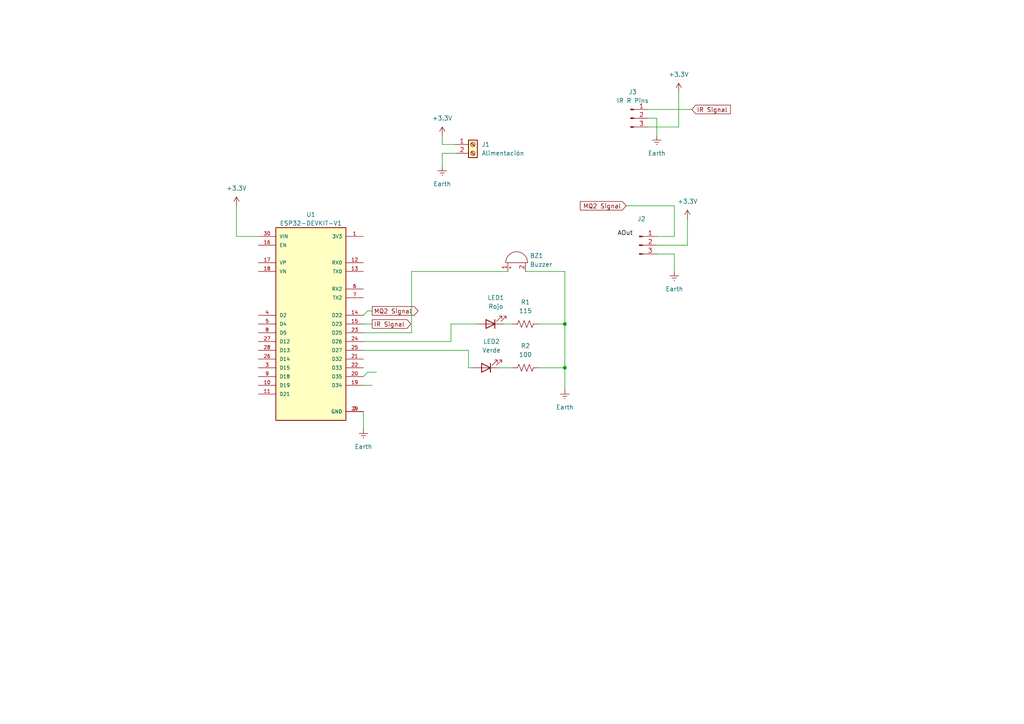
<source format=kicad_sch>
(kicad_sch
	(version 20231120)
	(generator "eeschema")
	(generator_version "8.0")
	(uuid "d8f5b430-7152-4c33-a2df-8de89ba40e33")
	(paper "A4")
	(lib_symbols
		(symbol "Connector:Conn_01x03_Pin"
			(pin_names
				(offset 1.016) hide)
			(exclude_from_sim no)
			(in_bom yes)
			(on_board yes)
			(property "Reference" "J"
				(at 0 5.08 0)
				(effects
					(font
						(size 1.27 1.27)
					)
				)
			)
			(property "Value" "Conn_01x03_Pin"
				(at 0 -5.08 0)
				(effects
					(font
						(size 1.27 1.27)
					)
				)
			)
			(property "Footprint" ""
				(at 0 0 0)
				(effects
					(font
						(size 1.27 1.27)
					)
					(hide yes)
				)
			)
			(property "Datasheet" "~"
				(at 0 0 0)
				(effects
					(font
						(size 1.27 1.27)
					)
					(hide yes)
				)
			)
			(property "Description" "Generic connector, single row, 01x03, script generated"
				(at 0 0 0)
				(effects
					(font
						(size 1.27 1.27)
					)
					(hide yes)
				)
			)
			(property "ki_locked" ""
				(at 0 0 0)
				(effects
					(font
						(size 1.27 1.27)
					)
				)
			)
			(property "ki_keywords" "connector"
				(at 0 0 0)
				(effects
					(font
						(size 1.27 1.27)
					)
					(hide yes)
				)
			)
			(property "ki_fp_filters" "Connector*:*_1x??_*"
				(at 0 0 0)
				(effects
					(font
						(size 1.27 1.27)
					)
					(hide yes)
				)
			)
			(symbol "Conn_01x03_Pin_1_1"
				(polyline
					(pts
						(xy 1.27 -2.54) (xy 0.8636 -2.54)
					)
					(stroke
						(width 0.1524)
						(type default)
					)
					(fill
						(type none)
					)
				)
				(polyline
					(pts
						(xy 1.27 0) (xy 0.8636 0)
					)
					(stroke
						(width 0.1524)
						(type default)
					)
					(fill
						(type none)
					)
				)
				(polyline
					(pts
						(xy 1.27 2.54) (xy 0.8636 2.54)
					)
					(stroke
						(width 0.1524)
						(type default)
					)
					(fill
						(type none)
					)
				)
				(rectangle
					(start 0.8636 -2.413)
					(end 0 -2.667)
					(stroke
						(width 0.1524)
						(type default)
					)
					(fill
						(type outline)
					)
				)
				(rectangle
					(start 0.8636 0.127)
					(end 0 -0.127)
					(stroke
						(width 0.1524)
						(type default)
					)
					(fill
						(type outline)
					)
				)
				(rectangle
					(start 0.8636 2.667)
					(end 0 2.413)
					(stroke
						(width 0.1524)
						(type default)
					)
					(fill
						(type outline)
					)
				)
				(pin passive line
					(at 5.08 2.54 180)
					(length 3.81)
					(name "Pin_1"
						(effects
							(font
								(size 1.27 1.27)
							)
						)
					)
					(number "1"
						(effects
							(font
								(size 1.27 1.27)
							)
						)
					)
				)
				(pin passive line
					(at 5.08 0 180)
					(length 3.81)
					(name "Pin_2"
						(effects
							(font
								(size 1.27 1.27)
							)
						)
					)
					(number "2"
						(effects
							(font
								(size 1.27 1.27)
							)
						)
					)
				)
				(pin passive line
					(at 5.08 -2.54 180)
					(length 3.81)
					(name "Pin_3"
						(effects
							(font
								(size 1.27 1.27)
							)
						)
					)
					(number "3"
						(effects
							(font
								(size 1.27 1.27)
							)
						)
					)
				)
			)
		)
		(symbol "Connector:Screw_Terminal_01x02"
			(pin_names
				(offset 1.016) hide)
			(exclude_from_sim no)
			(in_bom yes)
			(on_board yes)
			(property "Reference" "J"
				(at 0 2.54 0)
				(effects
					(font
						(size 1.27 1.27)
					)
				)
			)
			(property "Value" "Screw_Terminal_01x02"
				(at 0 -5.08 0)
				(effects
					(font
						(size 1.27 1.27)
					)
				)
			)
			(property "Footprint" ""
				(at 0 0 0)
				(effects
					(font
						(size 1.27 1.27)
					)
					(hide yes)
				)
			)
			(property "Datasheet" "~"
				(at 0 0 0)
				(effects
					(font
						(size 1.27 1.27)
					)
					(hide yes)
				)
			)
			(property "Description" "Generic screw terminal, single row, 01x02, script generated (kicad-library-utils/schlib/autogen/connector/)"
				(at 0 0 0)
				(effects
					(font
						(size 1.27 1.27)
					)
					(hide yes)
				)
			)
			(property "ki_keywords" "screw terminal"
				(at 0 0 0)
				(effects
					(font
						(size 1.27 1.27)
					)
					(hide yes)
				)
			)
			(property "ki_fp_filters" "TerminalBlock*:*"
				(at 0 0 0)
				(effects
					(font
						(size 1.27 1.27)
					)
					(hide yes)
				)
			)
			(symbol "Screw_Terminal_01x02_1_1"
				(rectangle
					(start -1.27 1.27)
					(end 1.27 -3.81)
					(stroke
						(width 0.254)
						(type default)
					)
					(fill
						(type background)
					)
				)
				(circle
					(center 0 -2.54)
					(radius 0.635)
					(stroke
						(width 0.1524)
						(type default)
					)
					(fill
						(type none)
					)
				)
				(polyline
					(pts
						(xy -0.5334 -2.2098) (xy 0.3302 -3.048)
					)
					(stroke
						(width 0.1524)
						(type default)
					)
					(fill
						(type none)
					)
				)
				(polyline
					(pts
						(xy -0.5334 0.3302) (xy 0.3302 -0.508)
					)
					(stroke
						(width 0.1524)
						(type default)
					)
					(fill
						(type none)
					)
				)
				(polyline
					(pts
						(xy -0.3556 -2.032) (xy 0.508 -2.8702)
					)
					(stroke
						(width 0.1524)
						(type default)
					)
					(fill
						(type none)
					)
				)
				(polyline
					(pts
						(xy -0.3556 0.508) (xy 0.508 -0.3302)
					)
					(stroke
						(width 0.1524)
						(type default)
					)
					(fill
						(type none)
					)
				)
				(circle
					(center 0 0)
					(radius 0.635)
					(stroke
						(width 0.1524)
						(type default)
					)
					(fill
						(type none)
					)
				)
				(pin passive line
					(at -5.08 0 0)
					(length 3.81)
					(name "Pin_1"
						(effects
							(font
								(size 1.27 1.27)
							)
						)
					)
					(number "1"
						(effects
							(font
								(size 1.27 1.27)
							)
						)
					)
				)
				(pin passive line
					(at -5.08 -2.54 0)
					(length 3.81)
					(name "Pin_2"
						(effects
							(font
								(size 1.27 1.27)
							)
						)
					)
					(number "2"
						(effects
							(font
								(size 1.27 1.27)
							)
						)
					)
				)
			)
		)
		(symbol "Device:Buzzer"
			(pin_names
				(offset 0.0254) hide)
			(exclude_from_sim no)
			(in_bom yes)
			(on_board yes)
			(property "Reference" "BZ"
				(at 3.81 1.27 0)
				(effects
					(font
						(size 1.27 1.27)
					)
					(justify left)
				)
			)
			(property "Value" "Buzzer"
				(at 3.81 -1.27 0)
				(effects
					(font
						(size 1.27 1.27)
					)
					(justify left)
				)
			)
			(property "Footprint" ""
				(at -0.635 2.54 90)
				(effects
					(font
						(size 1.27 1.27)
					)
					(hide yes)
				)
			)
			(property "Datasheet" "~"
				(at -0.635 2.54 90)
				(effects
					(font
						(size 1.27 1.27)
					)
					(hide yes)
				)
			)
			(property "Description" "Buzzer, polarized"
				(at 0 0 0)
				(effects
					(font
						(size 1.27 1.27)
					)
					(hide yes)
				)
			)
			(property "ki_keywords" "quartz resonator ceramic"
				(at 0 0 0)
				(effects
					(font
						(size 1.27 1.27)
					)
					(hide yes)
				)
			)
			(property "ki_fp_filters" "*Buzzer*"
				(at 0 0 0)
				(effects
					(font
						(size 1.27 1.27)
					)
					(hide yes)
				)
			)
			(symbol "Buzzer_0_1"
				(arc
					(start 0 -3.175)
					(mid 3.1612 0)
					(end 0 3.175)
					(stroke
						(width 0)
						(type default)
					)
					(fill
						(type none)
					)
				)
				(polyline
					(pts
						(xy -1.651 1.905) (xy -1.143 1.905)
					)
					(stroke
						(width 0)
						(type default)
					)
					(fill
						(type none)
					)
				)
				(polyline
					(pts
						(xy -1.397 2.159) (xy -1.397 1.651)
					)
					(stroke
						(width 0)
						(type default)
					)
					(fill
						(type none)
					)
				)
				(polyline
					(pts
						(xy 0 3.175) (xy 0 -3.175)
					)
					(stroke
						(width 0)
						(type default)
					)
					(fill
						(type none)
					)
				)
			)
			(symbol "Buzzer_1_1"
				(pin passive line
					(at -2.54 2.54 0)
					(length 2.54)
					(name "-"
						(effects
							(font
								(size 1.27 1.27)
							)
						)
					)
					(number "1"
						(effects
							(font
								(size 1.27 1.27)
							)
						)
					)
				)
				(pin passive line
					(at -2.54 -2.54 0)
					(length 2.54)
					(name "+"
						(effects
							(font
								(size 1.27 1.27)
							)
						)
					)
					(number "2"
						(effects
							(font
								(size 1.27 1.27)
							)
						)
					)
				)
			)
		)
		(symbol "Device:LED"
			(pin_numbers hide)
			(pin_names
				(offset 1.016) hide)
			(exclude_from_sim no)
			(in_bom yes)
			(on_board yes)
			(property "Reference" "D"
				(at 0 2.54 0)
				(effects
					(font
						(size 1.27 1.27)
					)
				)
			)
			(property "Value" "LED"
				(at 0 -2.54 0)
				(effects
					(font
						(size 1.27 1.27)
					)
				)
			)
			(property "Footprint" ""
				(at 0 0 0)
				(effects
					(font
						(size 1.27 1.27)
					)
					(hide yes)
				)
			)
			(property "Datasheet" "~"
				(at 0 0 0)
				(effects
					(font
						(size 1.27 1.27)
					)
					(hide yes)
				)
			)
			(property "Description" "Light emitting diode"
				(at 0 0 0)
				(effects
					(font
						(size 1.27 1.27)
					)
					(hide yes)
				)
			)
			(property "ki_keywords" "LED diode"
				(at 0 0 0)
				(effects
					(font
						(size 1.27 1.27)
					)
					(hide yes)
				)
			)
			(property "ki_fp_filters" "LED* LED_SMD:* LED_THT:*"
				(at 0 0 0)
				(effects
					(font
						(size 1.27 1.27)
					)
					(hide yes)
				)
			)
			(symbol "LED_0_1"
				(polyline
					(pts
						(xy -1.27 -1.27) (xy -1.27 1.27)
					)
					(stroke
						(width 0.254)
						(type default)
					)
					(fill
						(type none)
					)
				)
				(polyline
					(pts
						(xy -1.27 0) (xy 1.27 0)
					)
					(stroke
						(width 0)
						(type default)
					)
					(fill
						(type none)
					)
				)
				(polyline
					(pts
						(xy 1.27 -1.27) (xy 1.27 1.27) (xy -1.27 0) (xy 1.27 -1.27)
					)
					(stroke
						(width 0.254)
						(type default)
					)
					(fill
						(type none)
					)
				)
				(polyline
					(pts
						(xy -3.048 -0.762) (xy -4.572 -2.286) (xy -3.81 -2.286) (xy -4.572 -2.286) (xy -4.572 -1.524)
					)
					(stroke
						(width 0)
						(type default)
					)
					(fill
						(type none)
					)
				)
				(polyline
					(pts
						(xy -1.778 -0.762) (xy -3.302 -2.286) (xy -2.54 -2.286) (xy -3.302 -2.286) (xy -3.302 -1.524)
					)
					(stroke
						(width 0)
						(type default)
					)
					(fill
						(type none)
					)
				)
			)
			(symbol "LED_1_1"
				(pin passive line
					(at -3.81 0 0)
					(length 2.54)
					(name "K"
						(effects
							(font
								(size 1.27 1.27)
							)
						)
					)
					(number "1"
						(effects
							(font
								(size 1.27 1.27)
							)
						)
					)
				)
				(pin passive line
					(at 3.81 0 180)
					(length 2.54)
					(name "A"
						(effects
							(font
								(size 1.27 1.27)
							)
						)
					)
					(number "2"
						(effects
							(font
								(size 1.27 1.27)
							)
						)
					)
				)
			)
		)
		(symbol "Device:R_US"
			(pin_numbers hide)
			(pin_names
				(offset 0)
			)
			(exclude_from_sim no)
			(in_bom yes)
			(on_board yes)
			(property "Reference" "R"
				(at 2.54 0 90)
				(effects
					(font
						(size 1.27 1.27)
					)
				)
			)
			(property "Value" "R_US"
				(at -2.54 0 90)
				(effects
					(font
						(size 1.27 1.27)
					)
				)
			)
			(property "Footprint" ""
				(at 1.016 -0.254 90)
				(effects
					(font
						(size 1.27 1.27)
					)
					(hide yes)
				)
			)
			(property "Datasheet" "~"
				(at 0 0 0)
				(effects
					(font
						(size 1.27 1.27)
					)
					(hide yes)
				)
			)
			(property "Description" "Resistor, US symbol"
				(at 0 0 0)
				(effects
					(font
						(size 1.27 1.27)
					)
					(hide yes)
				)
			)
			(property "ki_keywords" "R res resistor"
				(at 0 0 0)
				(effects
					(font
						(size 1.27 1.27)
					)
					(hide yes)
				)
			)
			(property "ki_fp_filters" "R_*"
				(at 0 0 0)
				(effects
					(font
						(size 1.27 1.27)
					)
					(hide yes)
				)
			)
			(symbol "R_US_0_1"
				(polyline
					(pts
						(xy 0 -2.286) (xy 0 -2.54)
					)
					(stroke
						(width 0)
						(type default)
					)
					(fill
						(type none)
					)
				)
				(polyline
					(pts
						(xy 0 2.286) (xy 0 2.54)
					)
					(stroke
						(width 0)
						(type default)
					)
					(fill
						(type none)
					)
				)
				(polyline
					(pts
						(xy 0 -0.762) (xy 1.016 -1.143) (xy 0 -1.524) (xy -1.016 -1.905) (xy 0 -2.286)
					)
					(stroke
						(width 0)
						(type default)
					)
					(fill
						(type none)
					)
				)
				(polyline
					(pts
						(xy 0 0.762) (xy 1.016 0.381) (xy 0 0) (xy -1.016 -0.381) (xy 0 -0.762)
					)
					(stroke
						(width 0)
						(type default)
					)
					(fill
						(type none)
					)
				)
				(polyline
					(pts
						(xy 0 2.286) (xy 1.016 1.905) (xy 0 1.524) (xy -1.016 1.143) (xy 0 0.762)
					)
					(stroke
						(width 0)
						(type default)
					)
					(fill
						(type none)
					)
				)
			)
			(symbol "R_US_1_1"
				(pin passive line
					(at 0 3.81 270)
					(length 1.27)
					(name "~"
						(effects
							(font
								(size 1.27 1.27)
							)
						)
					)
					(number "1"
						(effects
							(font
								(size 1.27 1.27)
							)
						)
					)
				)
				(pin passive line
					(at 0 -3.81 90)
					(length 1.27)
					(name "~"
						(effects
							(font
								(size 1.27 1.27)
							)
						)
					)
					(number "2"
						(effects
							(font
								(size 1.27 1.27)
							)
						)
					)
				)
			)
		)
		(symbol "ESP32-DEVKIT-V1:ESP32-DEVKIT-V1"
			(pin_names
				(offset 1.016)
			)
			(exclude_from_sim no)
			(in_bom yes)
			(on_board yes)
			(property "Reference" "U"
				(at -10.16 30.48 0)
				(effects
					(font
						(size 1.27 1.27)
					)
					(justify left top)
				)
			)
			(property "Value" "ESP32-DEVKIT-V1"
				(at -10.16 -30.48 0)
				(effects
					(font
						(size 1.27 1.27)
					)
					(justify left bottom)
				)
			)
			(property "Footprint" "ESP32-DEVKIT-V1:MODULE_ESP32_DEVKIT_V1"
				(at 0 0 0)
				(effects
					(font
						(size 1.27 1.27)
					)
					(justify bottom)
					(hide yes)
				)
			)
			(property "Datasheet" ""
				(at 0 0 0)
				(effects
					(font
						(size 1.27 1.27)
					)
					(hide yes)
				)
			)
			(property "Description" "\nDual core, Wi-Fi: 2.4 GHz up to 150 Mbits/s,BLE (Bluetooth Low Energy) and legacy Bluetooth, 32 bits, Up to 240 MHz\n"
				(at 0 0 0)
				(effects
					(font
						(size 1.27 1.27)
					)
					(justify bottom)
					(hide yes)
				)
			)
			(property "MF" "Do it"
				(at 0 0 0)
				(effects
					(font
						(size 1.27 1.27)
					)
					(justify bottom)
					(hide yes)
				)
			)
			(property "MAXIMUM_PACKAGE_HEIGHT" "6.8 mm"
				(at 0 0 0)
				(effects
					(font
						(size 1.27 1.27)
					)
					(justify bottom)
					(hide yes)
				)
			)
			(property "Package" "None"
				(at 0 0 0)
				(effects
					(font
						(size 1.27 1.27)
					)
					(justify bottom)
					(hide yes)
				)
			)
			(property "Price" "None"
				(at 0 0 0)
				(effects
					(font
						(size 1.27 1.27)
					)
					(justify bottom)
					(hide yes)
				)
			)
			(property "Check_prices" "https://www.snapeda.com/parts/ESP32-DEVKIT-V1/Do+it/view-part/?ref=eda"
				(at 0 0 0)
				(effects
					(font
						(size 1.27 1.27)
					)
					(justify bottom)
					(hide yes)
				)
			)
			(property "STANDARD" "Manufacturer Recommendations"
				(at 0 0 0)
				(effects
					(font
						(size 1.27 1.27)
					)
					(justify bottom)
					(hide yes)
				)
			)
			(property "PARTREV" "N/A"
				(at 0 0 0)
				(effects
					(font
						(size 1.27 1.27)
					)
					(justify bottom)
					(hide yes)
				)
			)
			(property "SnapEDA_Link" "https://www.snapeda.com/parts/ESP32-DEVKIT-V1/Do+it/view-part/?ref=snap"
				(at 0 0 0)
				(effects
					(font
						(size 1.27 1.27)
					)
					(justify bottom)
					(hide yes)
				)
			)
			(property "MP" "ESP32-DEVKIT-V1"
				(at 0 0 0)
				(effects
					(font
						(size 1.27 1.27)
					)
					(justify bottom)
					(hide yes)
				)
			)
			(property "Availability" "Not in stock"
				(at 0 0 0)
				(effects
					(font
						(size 1.27 1.27)
					)
					(justify bottom)
					(hide yes)
				)
			)
			(property "MANUFACTURER" "DOIT"
				(at 0 0 0)
				(effects
					(font
						(size 1.27 1.27)
					)
					(justify bottom)
					(hide yes)
				)
			)
			(symbol "ESP32-DEVKIT-V1_0_0"
				(rectangle
					(start -10.16 -27.94)
					(end 10.16 27.94)
					(stroke
						(width 0.254)
						(type default)
					)
					(fill
						(type background)
					)
				)
				(pin output line
					(at 15.24 25.4 180)
					(length 5.08)
					(name "3V3"
						(effects
							(font
								(size 1.016 1.016)
							)
						)
					)
					(number "1"
						(effects
							(font
								(size 1.016 1.016)
							)
						)
					)
				)
				(pin bidirectional line
					(at -15.24 -17.78 0)
					(length 5.08)
					(name "D19"
						(effects
							(font
								(size 1.016 1.016)
							)
						)
					)
					(number "10"
						(effects
							(font
								(size 1.016 1.016)
							)
						)
					)
				)
				(pin bidirectional line
					(at -15.24 -20.32 0)
					(length 5.08)
					(name "D21"
						(effects
							(font
								(size 1.016 1.016)
							)
						)
					)
					(number "11"
						(effects
							(font
								(size 1.016 1.016)
							)
						)
					)
				)
				(pin input line
					(at 15.24 17.78 180)
					(length 5.08)
					(name "RX0"
						(effects
							(font
								(size 1.016 1.016)
							)
						)
					)
					(number "12"
						(effects
							(font
								(size 1.016 1.016)
							)
						)
					)
				)
				(pin output line
					(at 15.24 15.24 180)
					(length 5.08)
					(name "TX0"
						(effects
							(font
								(size 1.016 1.016)
							)
						)
					)
					(number "13"
						(effects
							(font
								(size 1.016 1.016)
							)
						)
					)
				)
				(pin bidirectional line
					(at 15.24 2.54 180)
					(length 5.08)
					(name "D22"
						(effects
							(font
								(size 1.016 1.016)
							)
						)
					)
					(number "14"
						(effects
							(font
								(size 1.016 1.016)
							)
						)
					)
				)
				(pin bidirectional line
					(at 15.24 0 180)
					(length 5.08)
					(name "D23"
						(effects
							(font
								(size 1.016 1.016)
							)
						)
					)
					(number "15"
						(effects
							(font
								(size 1.016 1.016)
							)
						)
					)
				)
				(pin input line
					(at -15.24 22.86 0)
					(length 5.08)
					(name "EN"
						(effects
							(font
								(size 1.016 1.016)
							)
						)
					)
					(number "16"
						(effects
							(font
								(size 1.016 1.016)
							)
						)
					)
				)
				(pin bidirectional line
					(at -15.24 17.78 0)
					(length 5.08)
					(name "VP"
						(effects
							(font
								(size 1.016 1.016)
							)
						)
					)
					(number "17"
						(effects
							(font
								(size 1.016 1.016)
							)
						)
					)
				)
				(pin bidirectional line
					(at -15.24 15.24 0)
					(length 5.08)
					(name "VN"
						(effects
							(font
								(size 1.016 1.016)
							)
						)
					)
					(number "18"
						(effects
							(font
								(size 1.016 1.016)
							)
						)
					)
				)
				(pin bidirectional line
					(at 15.24 -17.78 180)
					(length 5.08)
					(name "D34"
						(effects
							(font
								(size 1.016 1.016)
							)
						)
					)
					(number "19"
						(effects
							(font
								(size 1.016 1.016)
							)
						)
					)
				)
				(pin power_in line
					(at 15.24 -25.4 180)
					(length 5.08)
					(name "GND"
						(effects
							(font
								(size 1.016 1.016)
							)
						)
					)
					(number "2"
						(effects
							(font
								(size 1.016 1.016)
							)
						)
					)
				)
				(pin bidirectional line
					(at 15.24 -15.24 180)
					(length 5.08)
					(name "D35"
						(effects
							(font
								(size 1.016 1.016)
							)
						)
					)
					(number "20"
						(effects
							(font
								(size 1.016 1.016)
							)
						)
					)
				)
				(pin bidirectional line
					(at 15.24 -10.16 180)
					(length 5.08)
					(name "D32"
						(effects
							(font
								(size 1.016 1.016)
							)
						)
					)
					(number "21"
						(effects
							(font
								(size 1.016 1.016)
							)
						)
					)
				)
				(pin bidirectional line
					(at 15.24 -12.7 180)
					(length 5.08)
					(name "D33"
						(effects
							(font
								(size 1.016 1.016)
							)
						)
					)
					(number "22"
						(effects
							(font
								(size 1.016 1.016)
							)
						)
					)
				)
				(pin bidirectional line
					(at 15.24 -2.54 180)
					(length 5.08)
					(name "D25"
						(effects
							(font
								(size 1.016 1.016)
							)
						)
					)
					(number "23"
						(effects
							(font
								(size 1.016 1.016)
							)
						)
					)
				)
				(pin bidirectional line
					(at 15.24 -5.08 180)
					(length 5.08)
					(name "D26"
						(effects
							(font
								(size 1.016 1.016)
							)
						)
					)
					(number "24"
						(effects
							(font
								(size 1.016 1.016)
							)
						)
					)
				)
				(pin bidirectional line
					(at 15.24 -7.62 180)
					(length 5.08)
					(name "D27"
						(effects
							(font
								(size 1.016 1.016)
							)
						)
					)
					(number "25"
						(effects
							(font
								(size 1.016 1.016)
							)
						)
					)
				)
				(pin bidirectional line
					(at -15.24 -10.16 0)
					(length 5.08)
					(name "D14"
						(effects
							(font
								(size 1.016 1.016)
							)
						)
					)
					(number "26"
						(effects
							(font
								(size 1.016 1.016)
							)
						)
					)
				)
				(pin bidirectional line
					(at -15.24 -5.08 0)
					(length 5.08)
					(name "D12"
						(effects
							(font
								(size 1.016 1.016)
							)
						)
					)
					(number "27"
						(effects
							(font
								(size 1.016 1.016)
							)
						)
					)
				)
				(pin bidirectional line
					(at -15.24 -7.62 0)
					(length 5.08)
					(name "D13"
						(effects
							(font
								(size 1.016 1.016)
							)
						)
					)
					(number "28"
						(effects
							(font
								(size 1.016 1.016)
							)
						)
					)
				)
				(pin power_in line
					(at 15.24 -25.4 180)
					(length 5.08)
					(name "GND"
						(effects
							(font
								(size 1.016 1.016)
							)
						)
					)
					(number "29"
						(effects
							(font
								(size 1.016 1.016)
							)
						)
					)
				)
				(pin bidirectional line
					(at -15.24 -12.7 0)
					(length 5.08)
					(name "D15"
						(effects
							(font
								(size 1.016 1.016)
							)
						)
					)
					(number "3"
						(effects
							(font
								(size 1.016 1.016)
							)
						)
					)
				)
				(pin input line
					(at -15.24 25.4 0)
					(length 5.08)
					(name "VIN"
						(effects
							(font
								(size 1.016 1.016)
							)
						)
					)
					(number "30"
						(effects
							(font
								(size 1.016 1.016)
							)
						)
					)
				)
				(pin bidirectional line
					(at -15.24 2.54 0)
					(length 5.08)
					(name "D2"
						(effects
							(font
								(size 1.016 1.016)
							)
						)
					)
					(number "4"
						(effects
							(font
								(size 1.016 1.016)
							)
						)
					)
				)
				(pin bidirectional line
					(at -15.24 0 0)
					(length 5.08)
					(name "D4"
						(effects
							(font
								(size 1.016 1.016)
							)
						)
					)
					(number "5"
						(effects
							(font
								(size 1.016 1.016)
							)
						)
					)
				)
				(pin input line
					(at 15.24 10.16 180)
					(length 5.08)
					(name "RX2"
						(effects
							(font
								(size 1.016 1.016)
							)
						)
					)
					(number "6"
						(effects
							(font
								(size 1.016 1.016)
							)
						)
					)
				)
				(pin output line
					(at 15.24 7.62 180)
					(length 5.08)
					(name "TX2"
						(effects
							(font
								(size 1.016 1.016)
							)
						)
					)
					(number "7"
						(effects
							(font
								(size 1.016 1.016)
							)
						)
					)
				)
				(pin bidirectional line
					(at -15.24 -2.54 0)
					(length 5.08)
					(name "D5"
						(effects
							(font
								(size 1.016 1.016)
							)
						)
					)
					(number "8"
						(effects
							(font
								(size 1.016 1.016)
							)
						)
					)
				)
				(pin bidirectional line
					(at -15.24 -15.24 0)
					(length 5.08)
					(name "D18"
						(effects
							(font
								(size 1.016 1.016)
							)
						)
					)
					(number "9"
						(effects
							(font
								(size 1.016 1.016)
							)
						)
					)
				)
			)
		)
		(symbol "power:+3.3V"
			(power)
			(pin_numbers hide)
			(pin_names
				(offset 0) hide)
			(exclude_from_sim no)
			(in_bom yes)
			(on_board yes)
			(property "Reference" "#PWR"
				(at 0 -3.81 0)
				(effects
					(font
						(size 1.27 1.27)
					)
					(hide yes)
				)
			)
			(property "Value" "+3.3V"
				(at 0 3.556 0)
				(effects
					(font
						(size 1.27 1.27)
					)
				)
			)
			(property "Footprint" ""
				(at 0 0 0)
				(effects
					(font
						(size 1.27 1.27)
					)
					(hide yes)
				)
			)
			(property "Datasheet" ""
				(at 0 0 0)
				(effects
					(font
						(size 1.27 1.27)
					)
					(hide yes)
				)
			)
			(property "Description" "Power symbol creates a global label with name \"+3.3V\""
				(at 0 0 0)
				(effects
					(font
						(size 1.27 1.27)
					)
					(hide yes)
				)
			)
			(property "ki_keywords" "global power"
				(at 0 0 0)
				(effects
					(font
						(size 1.27 1.27)
					)
					(hide yes)
				)
			)
			(symbol "+3.3V_0_1"
				(polyline
					(pts
						(xy -0.762 1.27) (xy 0 2.54)
					)
					(stroke
						(width 0)
						(type default)
					)
					(fill
						(type none)
					)
				)
				(polyline
					(pts
						(xy 0 0) (xy 0 2.54)
					)
					(stroke
						(width 0)
						(type default)
					)
					(fill
						(type none)
					)
				)
				(polyline
					(pts
						(xy 0 2.54) (xy 0.762 1.27)
					)
					(stroke
						(width 0)
						(type default)
					)
					(fill
						(type none)
					)
				)
			)
			(symbol "+3.3V_1_1"
				(pin power_in line
					(at 0 0 90)
					(length 0)
					(name "~"
						(effects
							(font
								(size 1.27 1.27)
							)
						)
					)
					(number "1"
						(effects
							(font
								(size 1.27 1.27)
							)
						)
					)
				)
			)
		)
		(symbol "power:Earth"
			(power)
			(pin_numbers hide)
			(pin_names
				(offset 0) hide)
			(exclude_from_sim no)
			(in_bom yes)
			(on_board yes)
			(property "Reference" "#PWR"
				(at 0 -6.35 0)
				(effects
					(font
						(size 1.27 1.27)
					)
					(hide yes)
				)
			)
			(property "Value" "Earth"
				(at 0 -3.81 0)
				(effects
					(font
						(size 1.27 1.27)
					)
				)
			)
			(property "Footprint" ""
				(at 0 0 0)
				(effects
					(font
						(size 1.27 1.27)
					)
					(hide yes)
				)
			)
			(property "Datasheet" "~"
				(at 0 0 0)
				(effects
					(font
						(size 1.27 1.27)
					)
					(hide yes)
				)
			)
			(property "Description" "Power symbol creates a global label with name \"Earth\""
				(at 0 0 0)
				(effects
					(font
						(size 1.27 1.27)
					)
					(hide yes)
				)
			)
			(property "ki_keywords" "global ground gnd"
				(at 0 0 0)
				(effects
					(font
						(size 1.27 1.27)
					)
					(hide yes)
				)
			)
			(symbol "Earth_0_1"
				(polyline
					(pts
						(xy -0.635 -1.905) (xy 0.635 -1.905)
					)
					(stroke
						(width 0)
						(type default)
					)
					(fill
						(type none)
					)
				)
				(polyline
					(pts
						(xy -0.127 -2.54) (xy 0.127 -2.54)
					)
					(stroke
						(width 0)
						(type default)
					)
					(fill
						(type none)
					)
				)
				(polyline
					(pts
						(xy 0 -1.27) (xy 0 0)
					)
					(stroke
						(width 0)
						(type default)
					)
					(fill
						(type none)
					)
				)
				(polyline
					(pts
						(xy 1.27 -1.27) (xy -1.27 -1.27)
					)
					(stroke
						(width 0)
						(type default)
					)
					(fill
						(type none)
					)
				)
			)
			(symbol "Earth_1_1"
				(pin power_in line
					(at 0 0 270)
					(length 0)
					(name "~"
						(effects
							(font
								(size 1.27 1.27)
							)
						)
					)
					(number "1"
						(effects
							(font
								(size 1.27 1.27)
							)
						)
					)
				)
			)
		)
	)
	(junction
		(at 163.83 93.98)
		(diameter 0)
		(color 0 0 0 0)
		(uuid "94f63234-cabf-4fd7-9934-392418557b9a")
	)
	(junction
		(at 163.83 106.68)
		(diameter 0)
		(color 0 0 0 0)
		(uuid "b9d36e97-c302-41d8-b13b-3b85588a8c39")
	)
	(wire
		(pts
			(xy 190.5 34.29) (xy 187.96 34.29)
		)
		(stroke
			(width 0)
			(type default)
		)
		(uuid "0365dbe2-ff95-4ce7-9489-1027d8635b0c")
	)
	(wire
		(pts
			(xy 68.58 59.69) (xy 68.58 68.58)
		)
		(stroke
			(width 0)
			(type default)
		)
		(uuid "06c82af6-56fd-42aa-8787-cd58aa57b787")
	)
	(wire
		(pts
			(xy 106.68 90.17) (xy 105.41 91.44)
		)
		(stroke
			(width 0)
			(type default)
		)
		(uuid "0e22bab6-0805-4ac5-bb68-436f20f4324d")
	)
	(wire
		(pts
			(xy 187.96 36.83) (xy 196.85 36.83)
		)
		(stroke
			(width 0)
			(type default)
		)
		(uuid "19ee45d4-3403-4b1a-8442-1e9e692ccaa7")
	)
	(wire
		(pts
			(xy 119.38 78.74) (xy 119.38 96.52)
		)
		(stroke
			(width 0)
			(type default)
		)
		(uuid "2096f253-4ca1-4372-8173-7ee8a79193d3")
	)
	(wire
		(pts
			(xy 146.05 93.98) (xy 148.59 93.98)
		)
		(stroke
			(width 0)
			(type default)
		)
		(uuid "22913096-b893-45f9-bd0a-fbffd5c3794d")
	)
	(wire
		(pts
			(xy 163.83 106.68) (xy 163.83 113.03)
		)
		(stroke
			(width 0)
			(type default)
		)
		(uuid "3dd0e93c-23c1-4cbb-9705-8f06a2d924cb")
	)
	(wire
		(pts
			(xy 105.41 99.06) (xy 130.81 99.06)
		)
		(stroke
			(width 0)
			(type default)
		)
		(uuid "3dda8ff3-6534-4025-886c-bbcfd86b00a1")
	)
	(wire
		(pts
			(xy 156.21 106.68) (xy 163.83 106.68)
		)
		(stroke
			(width 0)
			(type default)
		)
		(uuid "41eb378c-3632-4d81-be55-f1b9e8b18d17")
	)
	(wire
		(pts
			(xy 195.58 68.58) (xy 195.58 59.69)
		)
		(stroke
			(width 0)
			(type default)
		)
		(uuid "42554151-6fb6-4e4c-b54f-025c0e91c4f5")
	)
	(wire
		(pts
			(xy 128.27 41.91) (xy 132.08 41.91)
		)
		(stroke
			(width 0)
			(type default)
		)
		(uuid "45177fc4-50e6-43b8-8331-fb780543a77c")
	)
	(wire
		(pts
			(xy 119.38 78.74) (xy 147.32 78.74)
		)
		(stroke
			(width 0)
			(type default)
		)
		(uuid "5f5a5b9a-5342-4afd-aff9-0bc6e3441949")
	)
	(wire
		(pts
			(xy 107.95 111.76) (xy 105.41 111.76)
		)
		(stroke
			(width 0)
			(type default)
		)
		(uuid "644c7e9a-aacd-41d6-8a9a-f151c42f3895")
	)
	(wire
		(pts
			(xy 105.41 119.38) (xy 105.41 124.46)
		)
		(stroke
			(width 0)
			(type default)
		)
		(uuid "69d8229a-a0ab-44ca-a92d-0308c05e4945")
	)
	(wire
		(pts
			(xy 190.5 68.58) (xy 195.58 68.58)
		)
		(stroke
			(width 0)
			(type default)
		)
		(uuid "80301b5c-5cd6-41fb-9bf8-51dc06c201d1")
	)
	(wire
		(pts
			(xy 68.58 68.58) (xy 74.93 68.58)
		)
		(stroke
			(width 0)
			(type default)
		)
		(uuid "80a81f80-423a-474d-a525-0b76542b6046")
	)
	(wire
		(pts
			(xy 105.41 101.6) (xy 135.89 101.6)
		)
		(stroke
			(width 0)
			(type default)
		)
		(uuid "85a48bd8-23ee-4010-a222-76945f885ffd")
	)
	(wire
		(pts
			(xy 128.27 41.91) (xy 128.27 39.37)
		)
		(stroke
			(width 0)
			(type default)
		)
		(uuid "8752604e-af73-4788-85de-b7eda4d0cdfe")
	)
	(wire
		(pts
			(xy 199.39 63.5) (xy 199.39 71.12)
		)
		(stroke
			(width 0)
			(type default)
		)
		(uuid "8c54a074-623d-4df4-b58e-8d110ee5f64d")
	)
	(wire
		(pts
			(xy 181.61 59.69) (xy 195.58 59.69)
		)
		(stroke
			(width 0)
			(type default)
		)
		(uuid "9f41c5d6-b6e9-4c80-a02e-7c098950920e")
	)
	(wire
		(pts
			(xy 163.83 93.98) (xy 163.83 106.68)
		)
		(stroke
			(width 0)
			(type default)
		)
		(uuid "a588648a-4fe1-46d3-a105-1a604e60d28c")
	)
	(wire
		(pts
			(xy 196.85 26.67) (xy 196.85 36.83)
		)
		(stroke
			(width 0)
			(type default)
		)
		(uuid "aa805b6c-9984-4ac6-a531-a1937455171a")
	)
	(wire
		(pts
			(xy 119.38 96.52) (xy 105.41 96.52)
		)
		(stroke
			(width 0)
			(type default)
		)
		(uuid "ab404b17-11b7-4dfa-927e-978cf5dd778d")
	)
	(wire
		(pts
			(xy 132.08 44.45) (xy 128.27 44.45)
		)
		(stroke
			(width 0)
			(type default)
		)
		(uuid "acc3a4e0-15a6-45ab-a0f0-7a7722884c76")
	)
	(wire
		(pts
			(xy 190.5 39.37) (xy 190.5 34.29)
		)
		(stroke
			(width 0)
			(type default)
		)
		(uuid "b262d8e9-776f-4d2a-ab7f-74979baae1b5")
	)
	(wire
		(pts
			(xy 190.5 73.66) (xy 195.58 73.66)
		)
		(stroke
			(width 0)
			(type default)
		)
		(uuid "b348ee89-dc3f-407e-9144-40c727ef2026")
	)
	(wire
		(pts
			(xy 148.59 106.68) (xy 144.78 106.68)
		)
		(stroke
			(width 0)
			(type default)
		)
		(uuid "bdc3525e-0814-4e69-a50c-732fce9d9c3c")
	)
	(wire
		(pts
			(xy 106.68 107.95) (xy 105.41 109.22)
		)
		(stroke
			(width 0)
			(type default)
		)
		(uuid "be7ef87f-fc08-4ec8-8d4f-84167dc02282")
	)
	(wire
		(pts
			(xy 195.58 78.74) (xy 195.58 73.66)
		)
		(stroke
			(width 0)
			(type default)
		)
		(uuid "d733990d-6c45-4819-a2ac-9cd9a659f214")
	)
	(wire
		(pts
			(xy 128.27 44.45) (xy 128.27 48.26)
		)
		(stroke
			(width 0)
			(type default)
		)
		(uuid "dd0c744c-300b-4fcf-9213-d37a9e05d70c")
	)
	(wire
		(pts
			(xy 135.89 101.6) (xy 135.89 106.68)
		)
		(stroke
			(width 0)
			(type default)
		)
		(uuid "e44042b6-69a1-4f1e-949a-10c9c18e978c")
	)
	(wire
		(pts
			(xy 107.95 90.17) (xy 106.68 90.17)
		)
		(stroke
			(width 0)
			(type default)
		)
		(uuid "e538238d-8384-401b-84d4-8a00d24dccc2")
	)
	(wire
		(pts
			(xy 152.4 78.74) (xy 163.83 78.74)
		)
		(stroke
			(width 0)
			(type default)
		)
		(uuid "e8bfdc5e-2c14-4ec1-ba80-094882732044")
	)
	(wire
		(pts
			(xy 130.81 93.98) (xy 138.43 93.98)
		)
		(stroke
			(width 0)
			(type default)
		)
		(uuid "ea21c7fb-ee60-408f-9313-f3d46e0e2908")
	)
	(wire
		(pts
			(xy 130.81 99.06) (xy 130.81 93.98)
		)
		(stroke
			(width 0)
			(type default)
		)
		(uuid "eac8741b-9c7e-487c-94af-6f34591aea38")
	)
	(wire
		(pts
			(xy 156.21 93.98) (xy 163.83 93.98)
		)
		(stroke
			(width 0)
			(type default)
		)
		(uuid "ebbdf30b-3008-482c-ac2a-3c14b1a66bb2")
	)
	(wire
		(pts
			(xy 109.22 107.95) (xy 106.68 107.95)
		)
		(stroke
			(width 0)
			(type default)
		)
		(uuid "efcf76b8-03c1-40a3-b08a-b95fb638bff6")
	)
	(wire
		(pts
			(xy 190.5 71.12) (xy 199.39 71.12)
		)
		(stroke
			(width 0)
			(type default)
		)
		(uuid "f1a132e3-ed9d-4f92-800c-f5044521a596")
	)
	(wire
		(pts
			(xy 187.96 31.75) (xy 200.66 31.75)
		)
		(stroke
			(width 0)
			(type default)
		)
		(uuid "f2fce0e4-96c3-4a16-bd7a-9909d11af676")
	)
	(wire
		(pts
			(xy 107.95 93.98) (xy 105.41 93.98)
		)
		(stroke
			(width 0)
			(type default)
		)
		(uuid "f3b84307-8e63-4372-9fa0-1cf4388a6947")
	)
	(wire
		(pts
			(xy 135.89 106.68) (xy 137.16 106.68)
		)
		(stroke
			(width 0)
			(type default)
		)
		(uuid "f66697a6-01d9-439d-8bc7-c9881bb386d6")
	)
	(wire
		(pts
			(xy 163.83 78.74) (xy 163.83 93.98)
		)
		(stroke
			(width 0)
			(type default)
		)
		(uuid "f7125624-ec90-4742-8a62-0d5978e90e2a")
	)
	(label "AOut"
		(at 179.07 68.58 0)
		(fields_autoplaced yes)
		(effects
			(font
				(size 1.27 1.27)
			)
			(justify left bottom)
		)
		(uuid "68d86c20-818d-4107-8df0-71e0602ebf44")
	)
	(global_label "MQ2 Signal"
		(shape output)
		(at 107.95 90.17 0)
		(fields_autoplaced yes)
		(effects
			(font
				(size 1.27 1.27)
			)
			(justify left)
		)
		(uuid "0ea20bb3-15be-46df-8788-0e2aed3f5d59")
		(property "Intersheetrefs" "${INTERSHEET_REFS}"
			(at 121.8207 90.17 0)
			(effects
				(font
					(size 1.27 1.27)
				)
				(justify left)
				(hide yes)
			)
		)
	)
	(global_label "IR Signal"
		(shape output)
		(at 107.95 93.98 0)
		(fields_autoplaced yes)
		(effects
			(font
				(size 1.27 1.27)
			)
			(justify left)
		)
		(uuid "147cb970-b704-447a-82cc-5c94a9009b2d")
		(property "Intersheetrefs" "${INTERSHEET_REFS}"
			(at 127.4449 93.98 0)
			(effects
				(font
					(size 1.27 1.27)
				)
				(justify left)
				(hide yes)
			)
		)
	)
	(global_label "MQ2 Signal"
		(shape input)
		(at 181.61 59.69 180)
		(fields_autoplaced yes)
		(effects
			(font
				(size 1.27 1.27)
			)
			(justify right)
		)
		(uuid "4d0fcc2e-6731-4ca9-8837-02e037a795b9")
		(property "Intersheetrefs" "${INTERSHEET_REFS}"
			(at 167.7393 59.69 0)
			(effects
				(font
					(size 1.27 1.27)
				)
				(justify right)
				(hide yes)
			)
		)
	)
	(global_label "IR Signal"
		(shape input)
		(at 200.66 31.75 0)
		(fields_autoplaced yes)
		(effects
			(font
				(size 1.27 1.27)
			)
			(justify left)
		)
		(uuid "a1bc77c4-c3e7-4419-88af-e10b059fe613")
		(property "Intersheetrefs" "${INTERSHEET_REFS}"
			(at 220.1549 31.75 0)
			(effects
				(font
					(size 1.27 1.27)
				)
				(justify left)
				(hide yes)
			)
		)
	)
	(symbol
		(lib_id "ESP32-DEVKIT-V1:ESP32-DEVKIT-V1")
		(at 90.17 93.98 0)
		(unit 1)
		(exclude_from_sim no)
		(in_bom yes)
		(on_board yes)
		(dnp no)
		(fields_autoplaced yes)
		(uuid "117dbda1-b902-47c0-9023-88ca7cb2f5ed")
		(property "Reference" "U1"
			(at 90.17 62.23 0)
			(effects
				(font
					(size 1.27 1.27)
				)
			)
		)
		(property "Value" "ESP32-DEVKIT-V1"
			(at 90.17 64.77 0)
			(effects
				(font
					(size 1.27 1.27)
				)
			)
		)
		(property "Footprint" "ESP32-DEVKIT-V1:MODULE_ESP32_DEVKIT_V1"
			(at 90.17 93.98 0)
			(effects
				(font
					(size 1.27 1.27)
				)
				(justify bottom)
				(hide yes)
			)
		)
		(property "Datasheet" ""
			(at 90.17 93.98 0)
			(effects
				(font
					(size 1.27 1.27)
				)
				(hide yes)
			)
		)
		(property "Description" "\nDual core, Wi-Fi: 2.4 GHz up to 150 Mbits/s,BLE (Bluetooth Low Energy) and legacy Bluetooth, 32 bits, Up to 240 MHz\n"
			(at 90.17 93.98 0)
			(effects
				(font
					(size 1.27 1.27)
				)
				(justify bottom)
				(hide yes)
			)
		)
		(property "MF" "Do it"
			(at 90.17 93.98 0)
			(effects
				(font
					(size 1.27 1.27)
				)
				(justify bottom)
				(hide yes)
			)
		)
		(property "MAXIMUM_PACKAGE_HEIGHT" "6.8 mm"
			(at 90.17 93.98 0)
			(effects
				(font
					(size 1.27 1.27)
				)
				(justify bottom)
				(hide yes)
			)
		)
		(property "Package" "None"
			(at 90.17 93.98 0)
			(effects
				(font
					(size 1.27 1.27)
				)
				(justify bottom)
				(hide yes)
			)
		)
		(property "Price" "None"
			(at 90.17 93.98 0)
			(effects
				(font
					(size 1.27 1.27)
				)
				(justify bottom)
				(hide yes)
			)
		)
		(property "Check_prices" "https://www.snapeda.com/parts/ESP32-DEVKIT-V1/Do+it/view-part/?ref=eda"
			(at 90.17 93.98 0)
			(effects
				(font
					(size 1.27 1.27)
				)
				(justify bottom)
				(hide yes)
			)
		)
		(property "STANDARD" "Manufacturer Recommendations"
			(at 90.17 93.98 0)
			(effects
				(font
					(size 1.27 1.27)
				)
				(justify bottom)
				(hide yes)
			)
		)
		(property "PARTREV" "N/A"
			(at 90.17 93.98 0)
			(effects
				(font
					(size 1.27 1.27)
				)
				(justify bottom)
				(hide yes)
			)
		)
		(property "SnapEDA_Link" "https://www.snapeda.com/parts/ESP32-DEVKIT-V1/Do+it/view-part/?ref=snap"
			(at 90.17 93.98 0)
			(effects
				(font
					(size 1.27 1.27)
				)
				(justify bottom)
				(hide yes)
			)
		)
		(property "MP" "ESP32-DEVKIT-V1"
			(at 90.17 93.98 0)
			(effects
				(font
					(size 1.27 1.27)
				)
				(justify bottom)
				(hide yes)
			)
		)
		(property "Availability" "Not in stock"
			(at 90.17 93.98 0)
			(effects
				(font
					(size 1.27 1.27)
				)
				(justify bottom)
				(hide yes)
			)
		)
		(property "MANUFACTURER" "DOIT"
			(at 90.17 93.98 0)
			(effects
				(font
					(size 1.27 1.27)
				)
				(justify bottom)
				(hide yes)
			)
		)
		(pin "1"
			(uuid "ce9443a0-2192-476f-8106-5517963e30d6")
		)
		(pin "10"
			(uuid "15f00f17-148f-4910-ba19-caec511d9f6c")
		)
		(pin "11"
			(uuid "5abdc4ee-90c9-48a4-83f1-971879a569a7")
		)
		(pin "12"
			(uuid "a151ef93-b7a4-41eb-b3fe-5ec75e7bce44")
		)
		(pin "13"
			(uuid "8294dced-5575-4dd8-bc39-f3bbde8c5fd0")
		)
		(pin "14"
			(uuid "3a105402-f58b-45e3-8dbe-8afca2408257")
		)
		(pin "15"
			(uuid "07ab9e28-ecd7-48c3-b7ac-e93c3f5fed4e")
		)
		(pin "16"
			(uuid "736ce3a0-6252-4e0f-8431-29b276ee79d3")
		)
		(pin "17"
			(uuid "653d8b68-a8ad-4e0e-b7cd-f9e2d444ec71")
		)
		(pin "18"
			(uuid "79a89c0c-a51c-428c-9842-8757b3528b49")
		)
		(pin "19"
			(uuid "81649473-36c7-440e-a597-5b40da4b53a2")
		)
		(pin "2"
			(uuid "d75ee05b-b931-4132-a8f0-d8f831b50257")
		)
		(pin "20"
			(uuid "fbb14362-3077-4fc1-b414-7e1e45562119")
		)
		(pin "21"
			(uuid "6e102f3f-c25f-46cc-8e7c-750c4e0cc575")
		)
		(pin "22"
			(uuid "e58c3200-120e-492d-bc95-f0a0bd3299b0")
		)
		(pin "23"
			(uuid "e1e31d43-e509-4ce7-b8bb-eddcfe680bdc")
		)
		(pin "24"
			(uuid "3b7cd83c-a007-4afa-a620-c3da249e924f")
		)
		(pin "25"
			(uuid "82825800-b98e-4226-97aa-a24e772dc60f")
		)
		(pin "26"
			(uuid "4a11c991-2f2d-4e7a-b691-b2e4cb0937ff")
		)
		(pin "27"
			(uuid "229c190b-7b81-4fe6-99f1-cfdd1f29cbe3")
		)
		(pin "28"
			(uuid "94ed67a7-9595-4c1b-aef5-63a6feff8a42")
		)
		(pin "29"
			(uuid "149437b3-4a53-41d8-aa2d-e62e11c330d3")
		)
		(pin "3"
			(uuid "f04f9e15-3396-4734-b2dc-4f3d5d49a2ff")
		)
		(pin "30"
			(uuid "31f3c172-d0bb-4c02-9128-9db353877430")
		)
		(pin "4"
			(uuid "5bf2503a-2d2f-4f39-9e6d-3e2db652ffc2")
		)
		(pin "5"
			(uuid "03ad0442-8102-49e1-b90b-b3c4f4079272")
		)
		(pin "6"
			(uuid "774eb763-f1d9-46fd-9e4a-72770cd53af7")
		)
		(pin "7"
			(uuid "fa13bc4e-03c5-44de-b9a7-1a4d60173da6")
		)
		(pin "8"
			(uuid "b23702fc-d029-4717-b848-08ab9f95adc9")
		)
		(pin "9"
			(uuid "c01d5aa7-88eb-4c94-b652-417bcda3519f")
		)
		(instances
			(project "Sistema de alarma"
				(path "/d8f5b430-7152-4c33-a2df-8de89ba40e33"
					(reference "U1")
					(unit 1)
				)
			)
		)
	)
	(symbol
		(lib_id "Connector:Screw_Terminal_01x02")
		(at 137.16 41.91 0)
		(unit 1)
		(exclude_from_sim no)
		(in_bom yes)
		(on_board yes)
		(dnp no)
		(fields_autoplaced yes)
		(uuid "1ccd6ca5-afd2-4e4b-ba8d-fcd763059358")
		(property "Reference" "J1"
			(at 139.7 41.9099 0)
			(effects
				(font
					(size 1.27 1.27)
				)
				(justify left)
			)
		)
		(property "Value" "Alimentación"
			(at 139.7 44.4499 0)
			(effects
				(font
					(size 1.27 1.27)
				)
				(justify left)
			)
		)
		(property "Footprint" "TerminalBlock_Phoenix:TerminalBlock_Phoenix_PT-1,5-2-3.5-H_1x02_P3.50mm_Horizontal"
			(at 137.16 41.91 0)
			(effects
				(font
					(size 1.27 1.27)
				)
				(hide yes)
			)
		)
		(property "Datasheet" "~"
			(at 137.16 41.91 0)
			(effects
				(font
					(size 1.27 1.27)
				)
				(hide yes)
			)
		)
		(property "Description" "Generic screw terminal, single row, 01x02, script generated (kicad-library-utils/schlib/autogen/connector/)"
			(at 137.16 41.91 0)
			(effects
				(font
					(size 1.27 1.27)
				)
				(hide yes)
			)
		)
		(pin "2"
			(uuid "7c1f0d5e-a3ad-4663-aa7a-46213db73bcb")
		)
		(pin "1"
			(uuid "8f01a82b-53b9-48e7-ac65-61d791cbefb5")
		)
		(instances
			(project ""
				(path "/d8f5b430-7152-4c33-a2df-8de89ba40e33"
					(reference "J1")
					(unit 1)
				)
			)
		)
	)
	(symbol
		(lib_id "Device:Buzzer")
		(at 149.86 76.2 90)
		(unit 1)
		(exclude_from_sim no)
		(in_bom yes)
		(on_board yes)
		(dnp no)
		(fields_autoplaced yes)
		(uuid "1fef5141-972c-46b9-a78e-a7418aa0ad6d")
		(property "Reference" "BZ1"
			(at 153.67 74.1748 90)
			(effects
				(font
					(size 1.27 1.27)
				)
				(justify right)
			)
		)
		(property "Value" "Buzzer"
			(at 153.67 76.7148 90)
			(effects
				(font
					(size 1.27 1.27)
				)
				(justify right)
			)
		)
		(property "Footprint" "Buzzer_Beeper:Buzzer_15x7.5RM7.6"
			(at 147.32 76.835 90)
			(effects
				(font
					(size 1.27 1.27)
				)
				(hide yes)
			)
		)
		(property "Datasheet" "~"
			(at 147.32 76.835 90)
			(effects
				(font
					(size 1.27 1.27)
				)
				(hide yes)
			)
		)
		(property "Description" ""
			(at 149.86 76.2 0)
			(effects
				(font
					(size 1.27 1.27)
				)
				(hide yes)
			)
		)
		(pin "1"
			(uuid "932b8c38-c0f9-4ba1-a3b6-1b00373d9446")
		)
		(pin "2"
			(uuid "59109c29-2c9c-4d84-82f8-be937e4923fb")
		)
		(instances
			(project "Sistema de alarma"
				(path "/d8f5b430-7152-4c33-a2df-8de89ba40e33"
					(reference "BZ1")
					(unit 1)
				)
			)
		)
	)
	(symbol
		(lib_id "Device:LED")
		(at 142.24 93.98 180)
		(unit 1)
		(exclude_from_sim no)
		(in_bom yes)
		(on_board yes)
		(dnp no)
		(fields_autoplaced yes)
		(uuid "37078702-bf80-47fa-a512-19123daea8ad")
		(property "Reference" "LED1"
			(at 143.8275 86.36 0)
			(effects
				(font
					(size 1.27 1.27)
				)
			)
		)
		(property "Value" "Rojo"
			(at 143.8275 88.9 0)
			(effects
				(font
					(size 1.27 1.27)
				)
			)
		)
		(property "Footprint" "LED_THT:LED_D3.0mm"
			(at 142.24 93.98 0)
			(effects
				(font
					(size 1.27 1.27)
				)
				(hide yes)
			)
		)
		(property "Datasheet" "~"
			(at 142.24 93.98 0)
			(effects
				(font
					(size 1.27 1.27)
				)
				(hide yes)
			)
		)
		(property "Description" ""
			(at 142.24 93.98 0)
			(effects
				(font
					(size 1.27 1.27)
				)
				(hide yes)
			)
		)
		(pin "1"
			(uuid "200ad17b-e761-446d-a1e0-4cad15eb9595")
		)
		(pin "2"
			(uuid "a736dc01-6721-4233-8794-e364553ade67")
		)
		(instances
			(project "Sistema de alarma"
				(path "/d8f5b430-7152-4c33-a2df-8de89ba40e33"
					(reference "LED1")
					(unit 1)
				)
			)
		)
	)
	(symbol
		(lib_id "Device:R_US")
		(at 152.4 93.98 90)
		(unit 1)
		(exclude_from_sim no)
		(in_bom yes)
		(on_board yes)
		(dnp no)
		(fields_autoplaced yes)
		(uuid "39ab0b38-6f1a-4d0e-be09-0999feb2a947")
		(property "Reference" "R1"
			(at 152.4 87.63 90)
			(effects
				(font
					(size 1.27 1.27)
				)
			)
		)
		(property "Value" "115"
			(at 152.4 90.17 90)
			(effects
				(font
					(size 1.27 1.27)
				)
			)
		)
		(property "Footprint" "Resistor_THT:R_Axial_DIN0207_L6.3mm_D2.5mm_P10.16mm_Horizontal"
			(at 152.654 92.964 90)
			(effects
				(font
					(size 1.27 1.27)
				)
				(hide yes)
			)
		)
		(property "Datasheet" "~"
			(at 152.4 93.98 0)
			(effects
				(font
					(size 1.27 1.27)
				)
				(hide yes)
			)
		)
		(property "Description" "Resistor, US symbol"
			(at 152.4 93.98 0)
			(effects
				(font
					(size 1.27 1.27)
				)
				(hide yes)
			)
		)
		(pin "1"
			(uuid "73f20a7c-6797-45ce-9f67-edb168806df0")
		)
		(pin "2"
			(uuid "f44c6760-796b-4e25-a0fc-b5d70aae6c93")
		)
		(instances
			(project "Sistema de alarma"
				(path "/d8f5b430-7152-4c33-a2df-8de89ba40e33"
					(reference "R1")
					(unit 1)
				)
			)
		)
	)
	(symbol
		(lib_id "power:Earth")
		(at 190.5 39.37 0)
		(unit 1)
		(exclude_from_sim no)
		(in_bom yes)
		(on_board no)
		(dnp no)
		(fields_autoplaced yes)
		(uuid "3fe99127-c0eb-45c4-9a10-7a94550a5a59")
		(property "Reference" "#PWR012"
			(at 190.5 45.72 0)
			(effects
				(font
					(size 1.27 1.27)
				)
				(hide yes)
			)
		)
		(property "Value" "Earth"
			(at 190.5 44.45 0)
			(effects
				(font
					(size 1.27 1.27)
				)
			)
		)
		(property "Footprint" ""
			(at 190.5 39.37 0)
			(effects
				(font
					(size 1.27 1.27)
				)
				(hide yes)
			)
		)
		(property "Datasheet" "~"
			(at 190.5 39.37 0)
			(effects
				(font
					(size 1.27 1.27)
				)
				(hide yes)
			)
		)
		(property "Description" "Power symbol creates a global label with name \"Earth\""
			(at 190.5 39.37 0)
			(effects
				(font
					(size 1.27 1.27)
				)
				(hide yes)
			)
		)
		(pin "1"
			(uuid "238743e8-a857-478e-9100-6c885723b32e")
		)
		(instances
			(project "Sistema de alarma"
				(path "/d8f5b430-7152-4c33-a2df-8de89ba40e33"
					(reference "#PWR012")
					(unit 1)
				)
			)
		)
	)
	(symbol
		(lib_id "power:Earth")
		(at 105.41 124.46 0)
		(unit 1)
		(exclude_from_sim no)
		(in_bom yes)
		(on_board yes)
		(dnp no)
		(fields_autoplaced yes)
		(uuid "46a4d3b3-86c7-49e0-9eff-fb043c12400a")
		(property "Reference" "#PWR08"
			(at 105.41 130.81 0)
			(effects
				(font
					(size 1.27 1.27)
				)
				(hide yes)
			)
		)
		(property "Value" "Earth"
			(at 105.41 129.54 0)
			(effects
				(font
					(size 1.27 1.27)
				)
			)
		)
		(property "Footprint" ""
			(at 105.41 124.46 0)
			(effects
				(font
					(size 1.27 1.27)
				)
				(hide yes)
			)
		)
		(property "Datasheet" "~"
			(at 105.41 124.46 0)
			(effects
				(font
					(size 1.27 1.27)
				)
				(hide yes)
			)
		)
		(property "Description" "Power symbol creates a global label with name \"Earth\""
			(at 105.41 124.46 0)
			(effects
				(font
					(size 1.27 1.27)
				)
				(hide yes)
			)
		)
		(pin "1"
			(uuid "3edcf29d-caf9-4fc1-a5f0-25a269964db4")
		)
		(instances
			(project "Sistema de alarma"
				(path "/d8f5b430-7152-4c33-a2df-8de89ba40e33"
					(reference "#PWR08")
					(unit 1)
				)
			)
		)
	)
	(symbol
		(lib_id "power:Earth")
		(at 163.83 113.03 0)
		(unit 1)
		(exclude_from_sim no)
		(in_bom yes)
		(on_board yes)
		(dnp no)
		(fields_autoplaced yes)
		(uuid "4762c6fc-3f9a-4b5d-8fb4-a46b308d9d29")
		(property "Reference" "#PWR05"
			(at 163.83 119.38 0)
			(effects
				(font
					(size 1.27 1.27)
				)
				(hide yes)
			)
		)
		(property "Value" "Earth"
			(at 163.83 118.11 0)
			(effects
				(font
					(size 1.27 1.27)
				)
			)
		)
		(property "Footprint" ""
			(at 163.83 113.03 0)
			(effects
				(font
					(size 1.27 1.27)
				)
				(hide yes)
			)
		)
		(property "Datasheet" "~"
			(at 163.83 113.03 0)
			(effects
				(font
					(size 1.27 1.27)
				)
				(hide yes)
			)
		)
		(property "Description" "Power symbol creates a global label with name \"Earth\""
			(at 163.83 113.03 0)
			(effects
				(font
					(size 1.27 1.27)
				)
				(hide yes)
			)
		)
		(pin "1"
			(uuid "69911531-4146-4170-8dac-87710dbc35a6")
		)
		(instances
			(project "Sistema de alarma"
				(path "/d8f5b430-7152-4c33-a2df-8de89ba40e33"
					(reference "#PWR05")
					(unit 1)
				)
			)
		)
	)
	(symbol
		(lib_id "power:+3.3V")
		(at 199.39 63.5 0)
		(unit 1)
		(exclude_from_sim no)
		(in_bom yes)
		(on_board yes)
		(dnp no)
		(fields_autoplaced yes)
		(uuid "5fd53032-f70a-4821-aad8-ae7f017e9a7f")
		(property "Reference" "#PWR01"
			(at 199.39 67.31 0)
			(effects
				(font
					(size 1.27 1.27)
				)
				(hide yes)
			)
		)
		(property "Value" "+3.3V"
			(at 199.39 58.42 0)
			(effects
				(font
					(size 1.27 1.27)
				)
			)
		)
		(property "Footprint" ""
			(at 199.39 63.5 0)
			(effects
				(font
					(size 1.27 1.27)
				)
				(hide yes)
			)
		)
		(property "Datasheet" ""
			(at 199.39 63.5 0)
			(effects
				(font
					(size 1.27 1.27)
				)
				(hide yes)
			)
		)
		(property "Description" "Power symbol creates a global label with name \"+3.3V\""
			(at 199.39 63.5 0)
			(effects
				(font
					(size 1.27 1.27)
				)
				(hide yes)
			)
		)
		(pin "1"
			(uuid "24d942c0-e1cf-4f2b-92a0-6103d6644e51")
		)
		(instances
			(project ""
				(path "/d8f5b430-7152-4c33-a2df-8de89ba40e33"
					(reference "#PWR01")
					(unit 1)
				)
			)
		)
	)
	(symbol
		(lib_id "Connector:Conn_01x03_Pin")
		(at 185.42 71.12 0)
		(unit 1)
		(exclude_from_sim no)
		(in_bom yes)
		(on_board yes)
		(dnp no)
		(fields_autoplaced yes)
		(uuid "657c88b1-bb32-4fbe-8e2f-6cbb5c0f90d3")
		(property "Reference" "J2"
			(at 186.055 63.5 0)
			(effects
				(font
					(size 1.27 1.27)
				)
			)
		)
		(property "Value" "Conn_01x03_Pin"
			(at 186.055 66.04 0)
			(effects
				(font
					(size 1.27 1.27)
				)
				(hide yes)
			)
		)
		(property "Footprint" "Connector_PinHeader_2.54mm:PinHeader_1x03_P2.54mm_Vertical"
			(at 185.42 71.12 0)
			(effects
				(font
					(size 1.27 1.27)
				)
				(hide yes)
			)
		)
		(property "Datasheet" "~"
			(at 185.42 71.12 0)
			(effects
				(font
					(size 1.27 1.27)
				)
				(hide yes)
			)
		)
		(property "Description" "Generic connector, single row, 01x03, script generated"
			(at 185.42 71.12 0)
			(effects
				(font
					(size 1.27 1.27)
				)
				(hide yes)
			)
		)
		(pin "3"
			(uuid "ce75af47-29cf-4c53-b2d9-7c1057194dd4")
		)
		(pin "1"
			(uuid "a1f5b050-71c1-4214-b482-a9b237494823")
		)
		(pin "2"
			(uuid "34de66eb-9153-4824-a676-2c594228c538")
		)
		(instances
			(project ""
				(path "/d8f5b430-7152-4c33-a2df-8de89ba40e33"
					(reference "J2")
					(unit 1)
				)
			)
		)
	)
	(symbol
		(lib_id "power:Earth")
		(at 128.27 48.26 0)
		(unit 1)
		(exclude_from_sim no)
		(in_bom yes)
		(on_board yes)
		(dnp no)
		(fields_autoplaced yes)
		(uuid "86250475-7736-43f6-990c-db50b3d02a75")
		(property "Reference" "#PWR09"
			(at 128.27 54.61 0)
			(effects
				(font
					(size 1.27 1.27)
				)
				(hide yes)
			)
		)
		(property "Value" "Earth"
			(at 128.27 53.34 0)
			(effects
				(font
					(size 1.27 1.27)
				)
			)
		)
		(property "Footprint" ""
			(at 128.27 48.26 0)
			(effects
				(font
					(size 1.27 1.27)
				)
				(hide yes)
			)
		)
		(property "Datasheet" "~"
			(at 128.27 48.26 0)
			(effects
				(font
					(size 1.27 1.27)
				)
				(hide yes)
			)
		)
		(property "Description" "Power symbol creates a global label with name \"Earth\""
			(at 128.27 48.26 0)
			(effects
				(font
					(size 1.27 1.27)
				)
				(hide yes)
			)
		)
		(pin "1"
			(uuid "efdcee72-b4cf-4a1d-b6c0-dffd4833a966")
		)
		(instances
			(project "Sistema de alarma"
				(path "/d8f5b430-7152-4c33-a2df-8de89ba40e33"
					(reference "#PWR09")
					(unit 1)
				)
			)
		)
	)
	(symbol
		(lib_id "Connector:Conn_01x03_Pin")
		(at 182.88 34.29 0)
		(unit 1)
		(exclude_from_sim no)
		(in_bom yes)
		(on_board yes)
		(dnp no)
		(fields_autoplaced yes)
		(uuid "8d0cee5e-56a3-4a6e-a75e-0e755a85ad11")
		(property "Reference" "J3"
			(at 183.515 26.67 0)
			(effects
				(font
					(size 1.27 1.27)
				)
			)
		)
		(property "Value" "IR R Pins"
			(at 183.515 29.21 0)
			(effects
				(font
					(size 1.27 1.27)
				)
			)
		)
		(property "Footprint" "Connector_PinHeader_2.54mm:PinHeader_1x03_P2.54mm_Vertical"
			(at 182.88 34.29 0)
			(effects
				(font
					(size 1.27 1.27)
				)
				(hide yes)
			)
		)
		(property "Datasheet" "~"
			(at 182.88 34.29 0)
			(effects
				(font
					(size 1.27 1.27)
				)
				(hide yes)
			)
		)
		(property "Description" "Generic connector, single row, 01x03, script generated"
			(at 182.88 34.29 0)
			(effects
				(font
					(size 1.27 1.27)
				)
				(hide yes)
			)
		)
		(pin "3"
			(uuid "f777e249-cb5d-48a4-ba06-bd1db20eb9e0")
		)
		(pin "1"
			(uuid "c872654f-433e-41af-8e43-388083688c9f")
		)
		(pin "2"
			(uuid "dfddb647-ee7d-49f2-8f34-71bfd630c9f0")
		)
		(instances
			(project ""
				(path "/d8f5b430-7152-4c33-a2df-8de89ba40e33"
					(reference "J3")
					(unit 1)
				)
			)
		)
	)
	(symbol
		(lib_id "power:+3.3V")
		(at 128.27 39.37 0)
		(unit 1)
		(exclude_from_sim no)
		(in_bom yes)
		(on_board yes)
		(dnp no)
		(fields_autoplaced yes)
		(uuid "c6b90174-d709-4245-975a-204373fe66cf")
		(property "Reference" "#PWR03"
			(at 128.27 43.18 0)
			(effects
				(font
					(size 1.27 1.27)
				)
				(hide yes)
			)
		)
		(property "Value" "+3.3V"
			(at 128.27 34.29 0)
			(effects
				(font
					(size 1.27 1.27)
				)
			)
		)
		(property "Footprint" ""
			(at 128.27 39.37 0)
			(effects
				(font
					(size 1.27 1.27)
				)
				(hide yes)
			)
		)
		(property "Datasheet" ""
			(at 128.27 39.37 0)
			(effects
				(font
					(size 1.27 1.27)
				)
				(hide yes)
			)
		)
		(property "Description" "Power symbol creates a global label with name \"+3.3V\""
			(at 128.27 39.37 0)
			(effects
				(font
					(size 1.27 1.27)
				)
				(hide yes)
			)
		)
		(pin "1"
			(uuid "4cb510d6-f9fa-4479-8468-b8840417af1a")
		)
		(instances
			(project "Sistema de alarma"
				(path "/d8f5b430-7152-4c33-a2df-8de89ba40e33"
					(reference "#PWR03")
					(unit 1)
				)
			)
		)
	)
	(symbol
		(lib_id "power:+3.3V")
		(at 68.58 59.69 0)
		(unit 1)
		(exclude_from_sim no)
		(in_bom yes)
		(on_board yes)
		(dnp no)
		(fields_autoplaced yes)
		(uuid "cb6aa114-94d7-4519-a321-c1e0c70b302a")
		(property "Reference" "#PWR04"
			(at 68.58 63.5 0)
			(effects
				(font
					(size 1.27 1.27)
				)
				(hide yes)
			)
		)
		(property "Value" "+3.3V"
			(at 68.58 54.61 0)
			(effects
				(font
					(size 1.27 1.27)
				)
			)
		)
		(property "Footprint" ""
			(at 68.58 59.69 0)
			(effects
				(font
					(size 1.27 1.27)
				)
				(hide yes)
			)
		)
		(property "Datasheet" ""
			(at 68.58 59.69 0)
			(effects
				(font
					(size 1.27 1.27)
				)
				(hide yes)
			)
		)
		(property "Description" "Power symbol creates a global label with name \"+3.3V\""
			(at 68.58 59.69 0)
			(effects
				(font
					(size 1.27 1.27)
				)
				(hide yes)
			)
		)
		(pin "1"
			(uuid "6547a16a-6634-4120-a3a4-ce975f0ff842")
		)
		(instances
			(project "Sistema de alarma"
				(path "/d8f5b430-7152-4c33-a2df-8de89ba40e33"
					(reference "#PWR04")
					(unit 1)
				)
			)
		)
	)
	(symbol
		(lib_id "Device:R_US")
		(at 152.4 106.68 90)
		(unit 1)
		(exclude_from_sim no)
		(in_bom yes)
		(on_board yes)
		(dnp no)
		(fields_autoplaced yes)
		(uuid "d935a5f8-1610-4050-a1d1-faea1ceff1d9")
		(property "Reference" "R2"
			(at 152.4 100.33 90)
			(effects
				(font
					(size 1.27 1.27)
				)
			)
		)
		(property "Value" "100"
			(at 152.4 102.87 90)
			(effects
				(font
					(size 1.27 1.27)
				)
			)
		)
		(property "Footprint" "Resistor_THT:R_Axial_DIN0207_L6.3mm_D2.5mm_P10.16mm_Horizontal"
			(at 152.654 105.664 90)
			(effects
				(font
					(size 1.27 1.27)
				)
				(hide yes)
			)
		)
		(property "Datasheet" "~"
			(at 152.4 106.68 0)
			(effects
				(font
					(size 1.27 1.27)
				)
				(hide yes)
			)
		)
		(property "Description" "Resistor, US symbol"
			(at 152.4 106.68 0)
			(effects
				(font
					(size 1.27 1.27)
				)
				(hide yes)
			)
		)
		(pin "1"
			(uuid "9c511952-7924-494c-9fd1-8c31ba34e833")
		)
		(pin "2"
			(uuid "e6ed3f31-b045-4400-8b93-417e39b21f7b")
		)
		(instances
			(project "Sistema de alarma"
				(path "/d8f5b430-7152-4c33-a2df-8de89ba40e33"
					(reference "R2")
					(unit 1)
				)
			)
		)
	)
	(symbol
		(lib_id "power:Earth")
		(at 195.58 78.74 0)
		(unit 1)
		(exclude_from_sim no)
		(in_bom yes)
		(on_board no)
		(dnp no)
		(fields_autoplaced yes)
		(uuid "e4d925c1-1cde-4d14-a716-655f7981b0fa")
		(property "Reference" "#PWR010"
			(at 195.58 85.09 0)
			(effects
				(font
					(size 1.27 1.27)
				)
				(hide yes)
			)
		)
		(property "Value" "Earth"
			(at 195.58 83.82 0)
			(effects
				(font
					(size 1.27 1.27)
				)
			)
		)
		(property "Footprint" ""
			(at 195.58 78.74 0)
			(effects
				(font
					(size 1.27 1.27)
				)
				(hide yes)
			)
		)
		(property "Datasheet" "~"
			(at 195.58 78.74 0)
			(effects
				(font
					(size 1.27 1.27)
				)
				(hide yes)
			)
		)
		(property "Description" "Power symbol creates a global label with name \"Earth\""
			(at 195.58 78.74 0)
			(effects
				(font
					(size 1.27 1.27)
				)
				(hide yes)
			)
		)
		(pin "1"
			(uuid "049e01bd-4ce3-436c-ace0-caad72d70e1c")
		)
		(instances
			(project "Sistema de alarma"
				(path "/d8f5b430-7152-4c33-a2df-8de89ba40e33"
					(reference "#PWR010")
					(unit 1)
				)
			)
		)
	)
	(symbol
		(lib_id "power:+3.3V")
		(at 196.85 26.67 0)
		(unit 1)
		(exclude_from_sim no)
		(in_bom yes)
		(on_board yes)
		(dnp no)
		(fields_autoplaced yes)
		(uuid "ecd83f3e-2b62-4a47-9b70-2a5a97783250")
		(property "Reference" "#PWR02"
			(at 196.85 30.48 0)
			(effects
				(font
					(size 1.27 1.27)
				)
				(hide yes)
			)
		)
		(property "Value" "+3.3V"
			(at 196.85 21.59 0)
			(effects
				(font
					(size 1.27 1.27)
				)
			)
		)
		(property "Footprint" ""
			(at 196.85 26.67 0)
			(effects
				(font
					(size 1.27 1.27)
				)
				(hide yes)
			)
		)
		(property "Datasheet" ""
			(at 196.85 26.67 0)
			(effects
				(font
					(size 1.27 1.27)
				)
				(hide yes)
			)
		)
		(property "Description" "Power symbol creates a global label with name \"+3.3V\""
			(at 196.85 26.67 0)
			(effects
				(font
					(size 1.27 1.27)
				)
				(hide yes)
			)
		)
		(pin "1"
			(uuid "4c9997c6-90a3-4c07-9fdc-faf898fde2bf")
		)
		(instances
			(project "Sistema de alarma"
				(path "/d8f5b430-7152-4c33-a2df-8de89ba40e33"
					(reference "#PWR02")
					(unit 1)
				)
			)
		)
	)
	(symbol
		(lib_id "Device:LED")
		(at 140.97 106.68 180)
		(unit 1)
		(exclude_from_sim no)
		(in_bom yes)
		(on_board yes)
		(dnp no)
		(fields_autoplaced yes)
		(uuid "f1ff9a36-34a4-4603-a588-5a97434a379c")
		(property "Reference" "LED2"
			(at 142.5575 99.06 0)
			(effects
				(font
					(size 1.27 1.27)
				)
			)
		)
		(property "Value" "Verde"
			(at 142.5575 101.6 0)
			(effects
				(font
					(size 1.27 1.27)
				)
			)
		)
		(property "Footprint" "LED_THT:LED_D3.0mm"
			(at 140.97 106.68 0)
			(effects
				(font
					(size 1.27 1.27)
				)
				(hide yes)
			)
		)
		(property "Datasheet" "~"
			(at 140.97 106.68 0)
			(effects
				(font
					(size 1.27 1.27)
				)
				(hide yes)
			)
		)
		(property "Description" ""
			(at 140.97 106.68 0)
			(effects
				(font
					(size 1.27 1.27)
				)
				(hide yes)
			)
		)
		(pin "1"
			(uuid "a55ff42a-f91d-4e23-862b-fe2f7f177960")
		)
		(pin "2"
			(uuid "cfed494d-17f6-425f-a142-e3f1125ffc3b")
		)
		(instances
			(project "Sistema de alarma"
				(path "/d8f5b430-7152-4c33-a2df-8de89ba40e33"
					(reference "LED2")
					(unit 1)
				)
			)
		)
	)
	(sheet_instances
		(path "/"
			(page "1")
		)
	)
)

</source>
